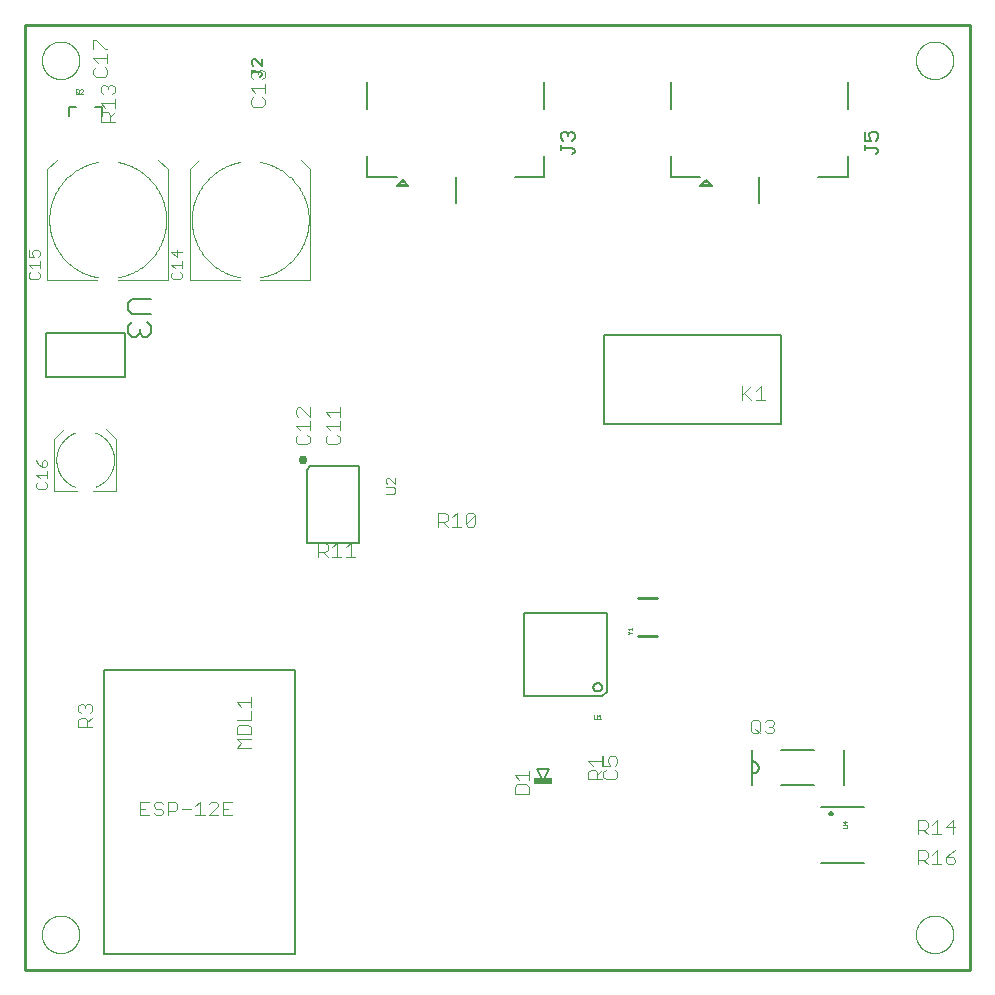
<source format=gto>
G75*
%MOIN*%
%OFA0B0*%
%FSLAX25Y25*%
%IPPOS*%
%LPD*%
%AMOC8*
5,1,8,0,0,1.08239X$1,22.5*
%
%ADD10C,0.01000*%
%ADD11C,0.00000*%
%ADD12C,0.00600*%
%ADD13C,0.00100*%
%ADD14C,0.00800*%
%ADD15C,0.00400*%
%ADD16R,0.06200X0.02400*%
%ADD17C,0.00500*%
%ADD18C,0.03000*%
%ADD19C,0.00787*%
%ADD20C,0.00700*%
%ADD21C,0.00866*%
%ADD22C,0.00300*%
D10*
X0043383Y0006500D02*
X0043383Y0321461D01*
X0358343Y0321461D01*
X0358343Y0006500D01*
X0043383Y0006500D01*
D11*
X0048944Y0018311D02*
X0048946Y0018469D01*
X0048952Y0018626D01*
X0048962Y0018784D01*
X0048976Y0018941D01*
X0048994Y0019097D01*
X0049015Y0019254D01*
X0049041Y0019409D01*
X0049071Y0019564D01*
X0049104Y0019718D01*
X0049142Y0019871D01*
X0049183Y0020024D01*
X0049228Y0020175D01*
X0049277Y0020325D01*
X0049330Y0020473D01*
X0049386Y0020621D01*
X0049447Y0020766D01*
X0049510Y0020911D01*
X0049578Y0021053D01*
X0049649Y0021194D01*
X0049723Y0021333D01*
X0049801Y0021470D01*
X0049883Y0021605D01*
X0049967Y0021738D01*
X0050056Y0021869D01*
X0050147Y0021997D01*
X0050242Y0022124D01*
X0050339Y0022247D01*
X0050440Y0022369D01*
X0050544Y0022487D01*
X0050651Y0022603D01*
X0050761Y0022716D01*
X0050873Y0022827D01*
X0050989Y0022934D01*
X0051107Y0023039D01*
X0051227Y0023141D01*
X0051350Y0023239D01*
X0051476Y0023335D01*
X0051604Y0023427D01*
X0051734Y0023516D01*
X0051866Y0023602D01*
X0052001Y0023684D01*
X0052138Y0023763D01*
X0052276Y0023838D01*
X0052416Y0023910D01*
X0052559Y0023978D01*
X0052702Y0024043D01*
X0052848Y0024104D01*
X0052995Y0024161D01*
X0053143Y0024215D01*
X0053293Y0024265D01*
X0053443Y0024311D01*
X0053595Y0024353D01*
X0053748Y0024392D01*
X0053902Y0024426D01*
X0054057Y0024457D01*
X0054212Y0024483D01*
X0054368Y0024506D01*
X0054525Y0024525D01*
X0054682Y0024540D01*
X0054839Y0024551D01*
X0054997Y0024558D01*
X0055155Y0024561D01*
X0055312Y0024560D01*
X0055470Y0024555D01*
X0055627Y0024546D01*
X0055785Y0024533D01*
X0055941Y0024516D01*
X0056098Y0024495D01*
X0056253Y0024471D01*
X0056408Y0024442D01*
X0056563Y0024409D01*
X0056716Y0024373D01*
X0056869Y0024332D01*
X0057020Y0024288D01*
X0057170Y0024240D01*
X0057319Y0024189D01*
X0057467Y0024133D01*
X0057613Y0024074D01*
X0057758Y0024011D01*
X0057901Y0023944D01*
X0058042Y0023874D01*
X0058181Y0023801D01*
X0058319Y0023724D01*
X0058455Y0023643D01*
X0058588Y0023559D01*
X0058719Y0023472D01*
X0058848Y0023381D01*
X0058975Y0023287D01*
X0059100Y0023190D01*
X0059221Y0023090D01*
X0059341Y0022987D01*
X0059457Y0022881D01*
X0059571Y0022772D01*
X0059683Y0022660D01*
X0059791Y0022546D01*
X0059896Y0022428D01*
X0059999Y0022308D01*
X0060098Y0022186D01*
X0060194Y0022061D01*
X0060287Y0021933D01*
X0060377Y0021804D01*
X0060463Y0021672D01*
X0060547Y0021538D01*
X0060626Y0021402D01*
X0060703Y0021264D01*
X0060775Y0021124D01*
X0060844Y0020982D01*
X0060910Y0020839D01*
X0060972Y0020694D01*
X0061030Y0020547D01*
X0061085Y0020399D01*
X0061136Y0020250D01*
X0061183Y0020099D01*
X0061226Y0019948D01*
X0061265Y0019795D01*
X0061301Y0019641D01*
X0061332Y0019487D01*
X0061360Y0019332D01*
X0061384Y0019176D01*
X0061404Y0019019D01*
X0061420Y0018862D01*
X0061432Y0018705D01*
X0061440Y0018548D01*
X0061444Y0018390D01*
X0061444Y0018232D01*
X0061440Y0018074D01*
X0061432Y0017917D01*
X0061420Y0017760D01*
X0061404Y0017603D01*
X0061384Y0017446D01*
X0061360Y0017290D01*
X0061332Y0017135D01*
X0061301Y0016981D01*
X0061265Y0016827D01*
X0061226Y0016674D01*
X0061183Y0016523D01*
X0061136Y0016372D01*
X0061085Y0016223D01*
X0061030Y0016075D01*
X0060972Y0015928D01*
X0060910Y0015783D01*
X0060844Y0015640D01*
X0060775Y0015498D01*
X0060703Y0015358D01*
X0060626Y0015220D01*
X0060547Y0015084D01*
X0060463Y0014950D01*
X0060377Y0014818D01*
X0060287Y0014689D01*
X0060194Y0014561D01*
X0060098Y0014436D01*
X0059999Y0014314D01*
X0059896Y0014194D01*
X0059791Y0014076D01*
X0059683Y0013962D01*
X0059571Y0013850D01*
X0059457Y0013741D01*
X0059341Y0013635D01*
X0059221Y0013532D01*
X0059100Y0013432D01*
X0058975Y0013335D01*
X0058848Y0013241D01*
X0058719Y0013150D01*
X0058588Y0013063D01*
X0058455Y0012979D01*
X0058319Y0012898D01*
X0058181Y0012821D01*
X0058042Y0012748D01*
X0057901Y0012678D01*
X0057758Y0012611D01*
X0057613Y0012548D01*
X0057467Y0012489D01*
X0057319Y0012433D01*
X0057170Y0012382D01*
X0057020Y0012334D01*
X0056869Y0012290D01*
X0056716Y0012249D01*
X0056563Y0012213D01*
X0056408Y0012180D01*
X0056253Y0012151D01*
X0056098Y0012127D01*
X0055941Y0012106D01*
X0055785Y0012089D01*
X0055627Y0012076D01*
X0055470Y0012067D01*
X0055312Y0012062D01*
X0055155Y0012061D01*
X0054997Y0012064D01*
X0054839Y0012071D01*
X0054682Y0012082D01*
X0054525Y0012097D01*
X0054368Y0012116D01*
X0054212Y0012139D01*
X0054057Y0012165D01*
X0053902Y0012196D01*
X0053748Y0012230D01*
X0053595Y0012269D01*
X0053443Y0012311D01*
X0053293Y0012357D01*
X0053143Y0012407D01*
X0052995Y0012461D01*
X0052848Y0012518D01*
X0052702Y0012579D01*
X0052559Y0012644D01*
X0052416Y0012712D01*
X0052276Y0012784D01*
X0052138Y0012859D01*
X0052001Y0012938D01*
X0051866Y0013020D01*
X0051734Y0013106D01*
X0051604Y0013195D01*
X0051476Y0013287D01*
X0051350Y0013383D01*
X0051227Y0013481D01*
X0051107Y0013583D01*
X0050989Y0013688D01*
X0050873Y0013795D01*
X0050761Y0013906D01*
X0050651Y0014019D01*
X0050544Y0014135D01*
X0050440Y0014253D01*
X0050339Y0014375D01*
X0050242Y0014498D01*
X0050147Y0014625D01*
X0050056Y0014753D01*
X0049967Y0014884D01*
X0049883Y0015017D01*
X0049801Y0015152D01*
X0049723Y0015289D01*
X0049649Y0015428D01*
X0049578Y0015569D01*
X0049510Y0015711D01*
X0049447Y0015856D01*
X0049386Y0016001D01*
X0049330Y0016149D01*
X0049277Y0016297D01*
X0049228Y0016447D01*
X0049183Y0016598D01*
X0049142Y0016751D01*
X0049104Y0016904D01*
X0049071Y0017058D01*
X0049041Y0017213D01*
X0049015Y0017368D01*
X0048994Y0017525D01*
X0048976Y0017681D01*
X0048962Y0017838D01*
X0048952Y0017996D01*
X0048946Y0018153D01*
X0048944Y0018311D01*
X0340282Y0018311D02*
X0340284Y0018469D01*
X0340290Y0018626D01*
X0340300Y0018784D01*
X0340314Y0018941D01*
X0340332Y0019097D01*
X0340353Y0019254D01*
X0340379Y0019409D01*
X0340409Y0019564D01*
X0340442Y0019718D01*
X0340480Y0019871D01*
X0340521Y0020024D01*
X0340566Y0020175D01*
X0340615Y0020325D01*
X0340668Y0020473D01*
X0340724Y0020621D01*
X0340785Y0020766D01*
X0340848Y0020911D01*
X0340916Y0021053D01*
X0340987Y0021194D01*
X0341061Y0021333D01*
X0341139Y0021470D01*
X0341221Y0021605D01*
X0341305Y0021738D01*
X0341394Y0021869D01*
X0341485Y0021997D01*
X0341580Y0022124D01*
X0341677Y0022247D01*
X0341778Y0022369D01*
X0341882Y0022487D01*
X0341989Y0022603D01*
X0342099Y0022716D01*
X0342211Y0022827D01*
X0342327Y0022934D01*
X0342445Y0023039D01*
X0342565Y0023141D01*
X0342688Y0023239D01*
X0342814Y0023335D01*
X0342942Y0023427D01*
X0343072Y0023516D01*
X0343204Y0023602D01*
X0343339Y0023684D01*
X0343476Y0023763D01*
X0343614Y0023838D01*
X0343754Y0023910D01*
X0343897Y0023978D01*
X0344040Y0024043D01*
X0344186Y0024104D01*
X0344333Y0024161D01*
X0344481Y0024215D01*
X0344631Y0024265D01*
X0344781Y0024311D01*
X0344933Y0024353D01*
X0345086Y0024392D01*
X0345240Y0024426D01*
X0345395Y0024457D01*
X0345550Y0024483D01*
X0345706Y0024506D01*
X0345863Y0024525D01*
X0346020Y0024540D01*
X0346177Y0024551D01*
X0346335Y0024558D01*
X0346493Y0024561D01*
X0346650Y0024560D01*
X0346808Y0024555D01*
X0346965Y0024546D01*
X0347123Y0024533D01*
X0347279Y0024516D01*
X0347436Y0024495D01*
X0347591Y0024471D01*
X0347746Y0024442D01*
X0347901Y0024409D01*
X0348054Y0024373D01*
X0348207Y0024332D01*
X0348358Y0024288D01*
X0348508Y0024240D01*
X0348657Y0024189D01*
X0348805Y0024133D01*
X0348951Y0024074D01*
X0349096Y0024011D01*
X0349239Y0023944D01*
X0349380Y0023874D01*
X0349519Y0023801D01*
X0349657Y0023724D01*
X0349793Y0023643D01*
X0349926Y0023559D01*
X0350057Y0023472D01*
X0350186Y0023381D01*
X0350313Y0023287D01*
X0350438Y0023190D01*
X0350559Y0023090D01*
X0350679Y0022987D01*
X0350795Y0022881D01*
X0350909Y0022772D01*
X0351021Y0022660D01*
X0351129Y0022546D01*
X0351234Y0022428D01*
X0351337Y0022308D01*
X0351436Y0022186D01*
X0351532Y0022061D01*
X0351625Y0021933D01*
X0351715Y0021804D01*
X0351801Y0021672D01*
X0351885Y0021538D01*
X0351964Y0021402D01*
X0352041Y0021264D01*
X0352113Y0021124D01*
X0352182Y0020982D01*
X0352248Y0020839D01*
X0352310Y0020694D01*
X0352368Y0020547D01*
X0352423Y0020399D01*
X0352474Y0020250D01*
X0352521Y0020099D01*
X0352564Y0019948D01*
X0352603Y0019795D01*
X0352639Y0019641D01*
X0352670Y0019487D01*
X0352698Y0019332D01*
X0352722Y0019176D01*
X0352742Y0019019D01*
X0352758Y0018862D01*
X0352770Y0018705D01*
X0352778Y0018548D01*
X0352782Y0018390D01*
X0352782Y0018232D01*
X0352778Y0018074D01*
X0352770Y0017917D01*
X0352758Y0017760D01*
X0352742Y0017603D01*
X0352722Y0017446D01*
X0352698Y0017290D01*
X0352670Y0017135D01*
X0352639Y0016981D01*
X0352603Y0016827D01*
X0352564Y0016674D01*
X0352521Y0016523D01*
X0352474Y0016372D01*
X0352423Y0016223D01*
X0352368Y0016075D01*
X0352310Y0015928D01*
X0352248Y0015783D01*
X0352182Y0015640D01*
X0352113Y0015498D01*
X0352041Y0015358D01*
X0351964Y0015220D01*
X0351885Y0015084D01*
X0351801Y0014950D01*
X0351715Y0014818D01*
X0351625Y0014689D01*
X0351532Y0014561D01*
X0351436Y0014436D01*
X0351337Y0014314D01*
X0351234Y0014194D01*
X0351129Y0014076D01*
X0351021Y0013962D01*
X0350909Y0013850D01*
X0350795Y0013741D01*
X0350679Y0013635D01*
X0350559Y0013532D01*
X0350438Y0013432D01*
X0350313Y0013335D01*
X0350186Y0013241D01*
X0350057Y0013150D01*
X0349926Y0013063D01*
X0349793Y0012979D01*
X0349657Y0012898D01*
X0349519Y0012821D01*
X0349380Y0012748D01*
X0349239Y0012678D01*
X0349096Y0012611D01*
X0348951Y0012548D01*
X0348805Y0012489D01*
X0348657Y0012433D01*
X0348508Y0012382D01*
X0348358Y0012334D01*
X0348207Y0012290D01*
X0348054Y0012249D01*
X0347901Y0012213D01*
X0347746Y0012180D01*
X0347591Y0012151D01*
X0347436Y0012127D01*
X0347279Y0012106D01*
X0347123Y0012089D01*
X0346965Y0012076D01*
X0346808Y0012067D01*
X0346650Y0012062D01*
X0346493Y0012061D01*
X0346335Y0012064D01*
X0346177Y0012071D01*
X0346020Y0012082D01*
X0345863Y0012097D01*
X0345706Y0012116D01*
X0345550Y0012139D01*
X0345395Y0012165D01*
X0345240Y0012196D01*
X0345086Y0012230D01*
X0344933Y0012269D01*
X0344781Y0012311D01*
X0344631Y0012357D01*
X0344481Y0012407D01*
X0344333Y0012461D01*
X0344186Y0012518D01*
X0344040Y0012579D01*
X0343897Y0012644D01*
X0343754Y0012712D01*
X0343614Y0012784D01*
X0343476Y0012859D01*
X0343339Y0012938D01*
X0343204Y0013020D01*
X0343072Y0013106D01*
X0342942Y0013195D01*
X0342814Y0013287D01*
X0342688Y0013383D01*
X0342565Y0013481D01*
X0342445Y0013583D01*
X0342327Y0013688D01*
X0342211Y0013795D01*
X0342099Y0013906D01*
X0341989Y0014019D01*
X0341882Y0014135D01*
X0341778Y0014253D01*
X0341677Y0014375D01*
X0341580Y0014498D01*
X0341485Y0014625D01*
X0341394Y0014753D01*
X0341305Y0014884D01*
X0341221Y0015017D01*
X0341139Y0015152D01*
X0341061Y0015289D01*
X0340987Y0015428D01*
X0340916Y0015569D01*
X0340848Y0015711D01*
X0340785Y0015856D01*
X0340724Y0016001D01*
X0340668Y0016149D01*
X0340615Y0016297D01*
X0340566Y0016447D01*
X0340521Y0016598D01*
X0340480Y0016751D01*
X0340442Y0016904D01*
X0340409Y0017058D01*
X0340379Y0017213D01*
X0340353Y0017368D01*
X0340332Y0017525D01*
X0340314Y0017681D01*
X0340300Y0017838D01*
X0340290Y0017996D01*
X0340284Y0018153D01*
X0340282Y0018311D01*
X0340282Y0309650D02*
X0340284Y0309808D01*
X0340290Y0309965D01*
X0340300Y0310123D01*
X0340314Y0310280D01*
X0340332Y0310436D01*
X0340353Y0310593D01*
X0340379Y0310748D01*
X0340409Y0310903D01*
X0340442Y0311057D01*
X0340480Y0311210D01*
X0340521Y0311363D01*
X0340566Y0311514D01*
X0340615Y0311664D01*
X0340668Y0311812D01*
X0340724Y0311960D01*
X0340785Y0312105D01*
X0340848Y0312250D01*
X0340916Y0312392D01*
X0340987Y0312533D01*
X0341061Y0312672D01*
X0341139Y0312809D01*
X0341221Y0312944D01*
X0341305Y0313077D01*
X0341394Y0313208D01*
X0341485Y0313336D01*
X0341580Y0313463D01*
X0341677Y0313586D01*
X0341778Y0313708D01*
X0341882Y0313826D01*
X0341989Y0313942D01*
X0342099Y0314055D01*
X0342211Y0314166D01*
X0342327Y0314273D01*
X0342445Y0314378D01*
X0342565Y0314480D01*
X0342688Y0314578D01*
X0342814Y0314674D01*
X0342942Y0314766D01*
X0343072Y0314855D01*
X0343204Y0314941D01*
X0343339Y0315023D01*
X0343476Y0315102D01*
X0343614Y0315177D01*
X0343754Y0315249D01*
X0343897Y0315317D01*
X0344040Y0315382D01*
X0344186Y0315443D01*
X0344333Y0315500D01*
X0344481Y0315554D01*
X0344631Y0315604D01*
X0344781Y0315650D01*
X0344933Y0315692D01*
X0345086Y0315731D01*
X0345240Y0315765D01*
X0345395Y0315796D01*
X0345550Y0315822D01*
X0345706Y0315845D01*
X0345863Y0315864D01*
X0346020Y0315879D01*
X0346177Y0315890D01*
X0346335Y0315897D01*
X0346493Y0315900D01*
X0346650Y0315899D01*
X0346808Y0315894D01*
X0346965Y0315885D01*
X0347123Y0315872D01*
X0347279Y0315855D01*
X0347436Y0315834D01*
X0347591Y0315810D01*
X0347746Y0315781D01*
X0347901Y0315748D01*
X0348054Y0315712D01*
X0348207Y0315671D01*
X0348358Y0315627D01*
X0348508Y0315579D01*
X0348657Y0315528D01*
X0348805Y0315472D01*
X0348951Y0315413D01*
X0349096Y0315350D01*
X0349239Y0315283D01*
X0349380Y0315213D01*
X0349519Y0315140D01*
X0349657Y0315063D01*
X0349793Y0314982D01*
X0349926Y0314898D01*
X0350057Y0314811D01*
X0350186Y0314720D01*
X0350313Y0314626D01*
X0350438Y0314529D01*
X0350559Y0314429D01*
X0350679Y0314326D01*
X0350795Y0314220D01*
X0350909Y0314111D01*
X0351021Y0313999D01*
X0351129Y0313885D01*
X0351234Y0313767D01*
X0351337Y0313647D01*
X0351436Y0313525D01*
X0351532Y0313400D01*
X0351625Y0313272D01*
X0351715Y0313143D01*
X0351801Y0313011D01*
X0351885Y0312877D01*
X0351964Y0312741D01*
X0352041Y0312603D01*
X0352113Y0312463D01*
X0352182Y0312321D01*
X0352248Y0312178D01*
X0352310Y0312033D01*
X0352368Y0311886D01*
X0352423Y0311738D01*
X0352474Y0311589D01*
X0352521Y0311438D01*
X0352564Y0311287D01*
X0352603Y0311134D01*
X0352639Y0310980D01*
X0352670Y0310826D01*
X0352698Y0310671D01*
X0352722Y0310515D01*
X0352742Y0310358D01*
X0352758Y0310201D01*
X0352770Y0310044D01*
X0352778Y0309887D01*
X0352782Y0309729D01*
X0352782Y0309571D01*
X0352778Y0309413D01*
X0352770Y0309256D01*
X0352758Y0309099D01*
X0352742Y0308942D01*
X0352722Y0308785D01*
X0352698Y0308629D01*
X0352670Y0308474D01*
X0352639Y0308320D01*
X0352603Y0308166D01*
X0352564Y0308013D01*
X0352521Y0307862D01*
X0352474Y0307711D01*
X0352423Y0307562D01*
X0352368Y0307414D01*
X0352310Y0307267D01*
X0352248Y0307122D01*
X0352182Y0306979D01*
X0352113Y0306837D01*
X0352041Y0306697D01*
X0351964Y0306559D01*
X0351885Y0306423D01*
X0351801Y0306289D01*
X0351715Y0306157D01*
X0351625Y0306028D01*
X0351532Y0305900D01*
X0351436Y0305775D01*
X0351337Y0305653D01*
X0351234Y0305533D01*
X0351129Y0305415D01*
X0351021Y0305301D01*
X0350909Y0305189D01*
X0350795Y0305080D01*
X0350679Y0304974D01*
X0350559Y0304871D01*
X0350438Y0304771D01*
X0350313Y0304674D01*
X0350186Y0304580D01*
X0350057Y0304489D01*
X0349926Y0304402D01*
X0349793Y0304318D01*
X0349657Y0304237D01*
X0349519Y0304160D01*
X0349380Y0304087D01*
X0349239Y0304017D01*
X0349096Y0303950D01*
X0348951Y0303887D01*
X0348805Y0303828D01*
X0348657Y0303772D01*
X0348508Y0303721D01*
X0348358Y0303673D01*
X0348207Y0303629D01*
X0348054Y0303588D01*
X0347901Y0303552D01*
X0347746Y0303519D01*
X0347591Y0303490D01*
X0347436Y0303466D01*
X0347279Y0303445D01*
X0347123Y0303428D01*
X0346965Y0303415D01*
X0346808Y0303406D01*
X0346650Y0303401D01*
X0346493Y0303400D01*
X0346335Y0303403D01*
X0346177Y0303410D01*
X0346020Y0303421D01*
X0345863Y0303436D01*
X0345706Y0303455D01*
X0345550Y0303478D01*
X0345395Y0303504D01*
X0345240Y0303535D01*
X0345086Y0303569D01*
X0344933Y0303608D01*
X0344781Y0303650D01*
X0344631Y0303696D01*
X0344481Y0303746D01*
X0344333Y0303800D01*
X0344186Y0303857D01*
X0344040Y0303918D01*
X0343897Y0303983D01*
X0343754Y0304051D01*
X0343614Y0304123D01*
X0343476Y0304198D01*
X0343339Y0304277D01*
X0343204Y0304359D01*
X0343072Y0304445D01*
X0342942Y0304534D01*
X0342814Y0304626D01*
X0342688Y0304722D01*
X0342565Y0304820D01*
X0342445Y0304922D01*
X0342327Y0305027D01*
X0342211Y0305134D01*
X0342099Y0305245D01*
X0341989Y0305358D01*
X0341882Y0305474D01*
X0341778Y0305592D01*
X0341677Y0305714D01*
X0341580Y0305837D01*
X0341485Y0305964D01*
X0341394Y0306092D01*
X0341305Y0306223D01*
X0341221Y0306356D01*
X0341139Y0306491D01*
X0341061Y0306628D01*
X0340987Y0306767D01*
X0340916Y0306908D01*
X0340848Y0307050D01*
X0340785Y0307195D01*
X0340724Y0307340D01*
X0340668Y0307488D01*
X0340615Y0307636D01*
X0340566Y0307786D01*
X0340521Y0307937D01*
X0340480Y0308090D01*
X0340442Y0308243D01*
X0340409Y0308397D01*
X0340379Y0308552D01*
X0340353Y0308707D01*
X0340332Y0308864D01*
X0340314Y0309020D01*
X0340300Y0309177D01*
X0340290Y0309335D01*
X0340284Y0309492D01*
X0340282Y0309650D01*
X0048944Y0309650D02*
X0048946Y0309808D01*
X0048952Y0309965D01*
X0048962Y0310123D01*
X0048976Y0310280D01*
X0048994Y0310436D01*
X0049015Y0310593D01*
X0049041Y0310748D01*
X0049071Y0310903D01*
X0049104Y0311057D01*
X0049142Y0311210D01*
X0049183Y0311363D01*
X0049228Y0311514D01*
X0049277Y0311664D01*
X0049330Y0311812D01*
X0049386Y0311960D01*
X0049447Y0312105D01*
X0049510Y0312250D01*
X0049578Y0312392D01*
X0049649Y0312533D01*
X0049723Y0312672D01*
X0049801Y0312809D01*
X0049883Y0312944D01*
X0049967Y0313077D01*
X0050056Y0313208D01*
X0050147Y0313336D01*
X0050242Y0313463D01*
X0050339Y0313586D01*
X0050440Y0313708D01*
X0050544Y0313826D01*
X0050651Y0313942D01*
X0050761Y0314055D01*
X0050873Y0314166D01*
X0050989Y0314273D01*
X0051107Y0314378D01*
X0051227Y0314480D01*
X0051350Y0314578D01*
X0051476Y0314674D01*
X0051604Y0314766D01*
X0051734Y0314855D01*
X0051866Y0314941D01*
X0052001Y0315023D01*
X0052138Y0315102D01*
X0052276Y0315177D01*
X0052416Y0315249D01*
X0052559Y0315317D01*
X0052702Y0315382D01*
X0052848Y0315443D01*
X0052995Y0315500D01*
X0053143Y0315554D01*
X0053293Y0315604D01*
X0053443Y0315650D01*
X0053595Y0315692D01*
X0053748Y0315731D01*
X0053902Y0315765D01*
X0054057Y0315796D01*
X0054212Y0315822D01*
X0054368Y0315845D01*
X0054525Y0315864D01*
X0054682Y0315879D01*
X0054839Y0315890D01*
X0054997Y0315897D01*
X0055155Y0315900D01*
X0055312Y0315899D01*
X0055470Y0315894D01*
X0055627Y0315885D01*
X0055785Y0315872D01*
X0055941Y0315855D01*
X0056098Y0315834D01*
X0056253Y0315810D01*
X0056408Y0315781D01*
X0056563Y0315748D01*
X0056716Y0315712D01*
X0056869Y0315671D01*
X0057020Y0315627D01*
X0057170Y0315579D01*
X0057319Y0315528D01*
X0057467Y0315472D01*
X0057613Y0315413D01*
X0057758Y0315350D01*
X0057901Y0315283D01*
X0058042Y0315213D01*
X0058181Y0315140D01*
X0058319Y0315063D01*
X0058455Y0314982D01*
X0058588Y0314898D01*
X0058719Y0314811D01*
X0058848Y0314720D01*
X0058975Y0314626D01*
X0059100Y0314529D01*
X0059221Y0314429D01*
X0059341Y0314326D01*
X0059457Y0314220D01*
X0059571Y0314111D01*
X0059683Y0313999D01*
X0059791Y0313885D01*
X0059896Y0313767D01*
X0059999Y0313647D01*
X0060098Y0313525D01*
X0060194Y0313400D01*
X0060287Y0313272D01*
X0060377Y0313143D01*
X0060463Y0313011D01*
X0060547Y0312877D01*
X0060626Y0312741D01*
X0060703Y0312603D01*
X0060775Y0312463D01*
X0060844Y0312321D01*
X0060910Y0312178D01*
X0060972Y0312033D01*
X0061030Y0311886D01*
X0061085Y0311738D01*
X0061136Y0311589D01*
X0061183Y0311438D01*
X0061226Y0311287D01*
X0061265Y0311134D01*
X0061301Y0310980D01*
X0061332Y0310826D01*
X0061360Y0310671D01*
X0061384Y0310515D01*
X0061404Y0310358D01*
X0061420Y0310201D01*
X0061432Y0310044D01*
X0061440Y0309887D01*
X0061444Y0309729D01*
X0061444Y0309571D01*
X0061440Y0309413D01*
X0061432Y0309256D01*
X0061420Y0309099D01*
X0061404Y0308942D01*
X0061384Y0308785D01*
X0061360Y0308629D01*
X0061332Y0308474D01*
X0061301Y0308320D01*
X0061265Y0308166D01*
X0061226Y0308013D01*
X0061183Y0307862D01*
X0061136Y0307711D01*
X0061085Y0307562D01*
X0061030Y0307414D01*
X0060972Y0307267D01*
X0060910Y0307122D01*
X0060844Y0306979D01*
X0060775Y0306837D01*
X0060703Y0306697D01*
X0060626Y0306559D01*
X0060547Y0306423D01*
X0060463Y0306289D01*
X0060377Y0306157D01*
X0060287Y0306028D01*
X0060194Y0305900D01*
X0060098Y0305775D01*
X0059999Y0305653D01*
X0059896Y0305533D01*
X0059791Y0305415D01*
X0059683Y0305301D01*
X0059571Y0305189D01*
X0059457Y0305080D01*
X0059341Y0304974D01*
X0059221Y0304871D01*
X0059100Y0304771D01*
X0058975Y0304674D01*
X0058848Y0304580D01*
X0058719Y0304489D01*
X0058588Y0304402D01*
X0058455Y0304318D01*
X0058319Y0304237D01*
X0058181Y0304160D01*
X0058042Y0304087D01*
X0057901Y0304017D01*
X0057758Y0303950D01*
X0057613Y0303887D01*
X0057467Y0303828D01*
X0057319Y0303772D01*
X0057170Y0303721D01*
X0057020Y0303673D01*
X0056869Y0303629D01*
X0056716Y0303588D01*
X0056563Y0303552D01*
X0056408Y0303519D01*
X0056253Y0303490D01*
X0056098Y0303466D01*
X0055941Y0303445D01*
X0055785Y0303428D01*
X0055627Y0303415D01*
X0055470Y0303406D01*
X0055312Y0303401D01*
X0055155Y0303400D01*
X0054997Y0303403D01*
X0054839Y0303410D01*
X0054682Y0303421D01*
X0054525Y0303436D01*
X0054368Y0303455D01*
X0054212Y0303478D01*
X0054057Y0303504D01*
X0053902Y0303535D01*
X0053748Y0303569D01*
X0053595Y0303608D01*
X0053443Y0303650D01*
X0053293Y0303696D01*
X0053143Y0303746D01*
X0052995Y0303800D01*
X0052848Y0303857D01*
X0052702Y0303918D01*
X0052559Y0303983D01*
X0052416Y0304051D01*
X0052276Y0304123D01*
X0052138Y0304198D01*
X0052001Y0304277D01*
X0051866Y0304359D01*
X0051734Y0304445D01*
X0051604Y0304534D01*
X0051476Y0304626D01*
X0051350Y0304722D01*
X0051227Y0304820D01*
X0051107Y0304922D01*
X0050989Y0305027D01*
X0050873Y0305134D01*
X0050761Y0305245D01*
X0050651Y0305358D01*
X0050544Y0305474D01*
X0050440Y0305592D01*
X0050339Y0305714D01*
X0050242Y0305837D01*
X0050147Y0305964D01*
X0050056Y0306092D01*
X0049967Y0306223D01*
X0049883Y0306356D01*
X0049801Y0306491D01*
X0049723Y0306628D01*
X0049649Y0306767D01*
X0049578Y0306908D01*
X0049510Y0307050D01*
X0049447Y0307195D01*
X0049386Y0307340D01*
X0049330Y0307488D01*
X0049277Y0307636D01*
X0049228Y0307786D01*
X0049183Y0307937D01*
X0049142Y0308090D01*
X0049104Y0308243D01*
X0049071Y0308397D01*
X0049041Y0308552D01*
X0049015Y0308707D01*
X0048994Y0308864D01*
X0048976Y0309020D01*
X0048962Y0309177D01*
X0048952Y0309335D01*
X0048946Y0309492D01*
X0048944Y0309650D01*
D12*
X0050183Y0218800D02*
X0076583Y0218800D01*
X0076583Y0204200D01*
X0050183Y0204200D01*
X0050183Y0218800D01*
X0209583Y0125299D02*
X0237182Y0125299D01*
X0237182Y0099098D01*
X0235784Y0097701D01*
X0209583Y0097701D01*
X0209583Y0125299D01*
X0232769Y0100700D02*
X0232771Y0100775D01*
X0232777Y0100849D01*
X0232787Y0100923D01*
X0232800Y0100996D01*
X0232818Y0101069D01*
X0232839Y0101140D01*
X0232864Y0101211D01*
X0232893Y0101280D01*
X0232926Y0101347D01*
X0232962Y0101412D01*
X0233001Y0101476D01*
X0233043Y0101537D01*
X0233089Y0101596D01*
X0233138Y0101653D01*
X0233190Y0101706D01*
X0233244Y0101757D01*
X0233301Y0101806D01*
X0233361Y0101850D01*
X0233423Y0101892D01*
X0233487Y0101931D01*
X0233553Y0101966D01*
X0233620Y0101997D01*
X0233690Y0102025D01*
X0233760Y0102049D01*
X0233832Y0102070D01*
X0233905Y0102086D01*
X0233978Y0102099D01*
X0234053Y0102108D01*
X0234127Y0102113D01*
X0234202Y0102114D01*
X0234276Y0102111D01*
X0234351Y0102104D01*
X0234424Y0102093D01*
X0234498Y0102079D01*
X0234570Y0102060D01*
X0234641Y0102038D01*
X0234711Y0102012D01*
X0234780Y0101982D01*
X0234846Y0101949D01*
X0234911Y0101912D01*
X0234974Y0101872D01*
X0235035Y0101828D01*
X0235093Y0101782D01*
X0235149Y0101732D01*
X0235202Y0101680D01*
X0235253Y0101625D01*
X0235300Y0101567D01*
X0235344Y0101507D01*
X0235385Y0101444D01*
X0235423Y0101380D01*
X0235457Y0101314D01*
X0235488Y0101245D01*
X0235515Y0101176D01*
X0235538Y0101105D01*
X0235557Y0101033D01*
X0235573Y0100960D01*
X0235585Y0100886D01*
X0235593Y0100812D01*
X0235597Y0100737D01*
X0235597Y0100663D01*
X0235593Y0100588D01*
X0235585Y0100514D01*
X0235573Y0100440D01*
X0235557Y0100367D01*
X0235538Y0100295D01*
X0235515Y0100224D01*
X0235488Y0100155D01*
X0235457Y0100086D01*
X0235423Y0100020D01*
X0235385Y0099956D01*
X0235344Y0099893D01*
X0235300Y0099833D01*
X0235253Y0099775D01*
X0235202Y0099720D01*
X0235149Y0099668D01*
X0235093Y0099618D01*
X0235035Y0099572D01*
X0234974Y0099528D01*
X0234911Y0099488D01*
X0234846Y0099451D01*
X0234780Y0099418D01*
X0234711Y0099388D01*
X0234641Y0099362D01*
X0234570Y0099340D01*
X0234498Y0099321D01*
X0234424Y0099307D01*
X0234351Y0099296D01*
X0234276Y0099289D01*
X0234202Y0099286D01*
X0234127Y0099287D01*
X0234053Y0099292D01*
X0233978Y0099301D01*
X0233905Y0099314D01*
X0233832Y0099330D01*
X0233760Y0099351D01*
X0233690Y0099375D01*
X0233620Y0099403D01*
X0233553Y0099434D01*
X0233487Y0099469D01*
X0233423Y0099508D01*
X0233361Y0099550D01*
X0233301Y0099594D01*
X0233244Y0099643D01*
X0233190Y0099694D01*
X0233138Y0099747D01*
X0233089Y0099804D01*
X0233043Y0099863D01*
X0233001Y0099924D01*
X0232962Y0099988D01*
X0232926Y0100053D01*
X0232893Y0100120D01*
X0232864Y0100189D01*
X0232839Y0100260D01*
X0232818Y0100331D01*
X0232800Y0100404D01*
X0232787Y0100477D01*
X0232777Y0100551D01*
X0232771Y0100625D01*
X0232769Y0100700D01*
X0308784Y0060799D02*
X0322981Y0060799D01*
X0322981Y0042201D02*
X0308784Y0042201D01*
D13*
X0315931Y0053603D02*
X0317182Y0053603D01*
X0317433Y0053854D01*
X0317433Y0054354D01*
X0317182Y0054604D01*
X0315931Y0054604D01*
X0316682Y0055077D02*
X0316682Y0056078D01*
X0317433Y0055827D02*
X0315931Y0055827D01*
X0316682Y0055077D01*
X0235460Y0089950D02*
X0234459Y0089950D01*
X0234960Y0089950D02*
X0234960Y0091451D01*
X0234459Y0090951D01*
X0233987Y0091451D02*
X0233987Y0090200D01*
X0233737Y0089950D01*
X0233236Y0089950D01*
X0232986Y0090200D01*
X0232986Y0091451D01*
X0244216Y0118341D02*
X0244433Y0118341D01*
X0244867Y0118775D01*
X0245518Y0118775D01*
X0244867Y0118775D02*
X0244433Y0119209D01*
X0244216Y0119209D01*
X0244650Y0119630D02*
X0244216Y0120064D01*
X0245518Y0120064D01*
X0245518Y0119630D02*
X0245518Y0120498D01*
X0062657Y0298550D02*
X0061656Y0298550D01*
X0062657Y0299551D01*
X0062657Y0299801D01*
X0062406Y0300051D01*
X0061906Y0300051D01*
X0061656Y0299801D01*
X0061183Y0299801D02*
X0061183Y0298800D01*
X0060933Y0298550D01*
X0060433Y0298550D01*
X0060183Y0298800D01*
X0060183Y0299801D01*
X0060433Y0300051D01*
X0060933Y0300051D01*
X0061183Y0299801D01*
X0060683Y0299050D02*
X0061183Y0298550D01*
D14*
X0060233Y0294256D02*
X0057871Y0294256D01*
X0057871Y0291106D01*
X0066532Y0294256D02*
X0068894Y0294256D01*
X0068894Y0291106D01*
X0079017Y0230000D02*
X0077783Y0228766D01*
X0077783Y0226297D01*
X0079017Y0225062D01*
X0085189Y0225062D01*
X0083954Y0222450D02*
X0085189Y0221215D01*
X0085189Y0218746D01*
X0083954Y0217512D01*
X0082720Y0217512D01*
X0081486Y0218746D01*
X0080251Y0217512D01*
X0079017Y0217512D01*
X0077783Y0218746D01*
X0077783Y0221215D01*
X0079017Y0222450D01*
X0081486Y0219981D02*
X0081486Y0218746D01*
X0079017Y0230000D02*
X0085189Y0230000D01*
X0285528Y0079906D02*
X0285528Y0068094D01*
X0285922Y0072031D02*
X0286009Y0072033D01*
X0286096Y0072039D01*
X0286183Y0072048D01*
X0286269Y0072062D01*
X0286354Y0072079D01*
X0286439Y0072100D01*
X0286522Y0072125D01*
X0286605Y0072153D01*
X0286686Y0072185D01*
X0286765Y0072221D01*
X0286843Y0072260D01*
X0286919Y0072302D01*
X0286993Y0072348D01*
X0287065Y0072397D01*
X0287135Y0072449D01*
X0287202Y0072504D01*
X0287267Y0072562D01*
X0287330Y0072623D01*
X0287389Y0072687D01*
X0287446Y0072753D01*
X0287499Y0072822D01*
X0287550Y0072893D01*
X0287597Y0072966D01*
X0287642Y0073041D01*
X0287682Y0073118D01*
X0287720Y0073196D01*
X0287753Y0073277D01*
X0287784Y0073358D01*
X0287810Y0073441D01*
X0287833Y0073526D01*
X0287852Y0073611D01*
X0287867Y0073696D01*
X0287879Y0073783D01*
X0287887Y0073869D01*
X0287891Y0073956D01*
X0287891Y0074044D01*
X0287887Y0074131D01*
X0287879Y0074217D01*
X0287867Y0074304D01*
X0287852Y0074389D01*
X0287833Y0074474D01*
X0287810Y0074559D01*
X0287784Y0074642D01*
X0287753Y0074723D01*
X0287720Y0074804D01*
X0287682Y0074882D01*
X0287642Y0074959D01*
X0287597Y0075034D01*
X0287550Y0075107D01*
X0287499Y0075178D01*
X0287446Y0075247D01*
X0287389Y0075313D01*
X0287330Y0075377D01*
X0287267Y0075438D01*
X0287202Y0075496D01*
X0287135Y0075551D01*
X0287065Y0075603D01*
X0286993Y0075652D01*
X0286919Y0075698D01*
X0286843Y0075740D01*
X0286765Y0075779D01*
X0286686Y0075815D01*
X0286605Y0075847D01*
X0286522Y0075875D01*
X0286439Y0075900D01*
X0286354Y0075921D01*
X0286269Y0075938D01*
X0286183Y0075952D01*
X0286096Y0075961D01*
X0286009Y0075967D01*
X0285922Y0075969D01*
X0295371Y0079906D02*
X0306394Y0079906D01*
X0316237Y0079906D02*
X0316237Y0068094D01*
X0306394Y0068094D02*
X0295371Y0068094D01*
X0311418Y0058600D02*
X0311420Y0058647D01*
X0311426Y0058694D01*
X0311436Y0058741D01*
X0311449Y0058786D01*
X0311467Y0058830D01*
X0311488Y0058872D01*
X0311512Y0058913D01*
X0311540Y0058951D01*
X0311571Y0058987D01*
X0311605Y0059020D01*
X0311641Y0059050D01*
X0311680Y0059077D01*
X0311721Y0059101D01*
X0311764Y0059121D01*
X0311808Y0059137D01*
X0311854Y0059150D01*
X0311900Y0059159D01*
X0311948Y0059164D01*
X0311995Y0059165D01*
X0312042Y0059162D01*
X0312089Y0059155D01*
X0312135Y0059144D01*
X0312180Y0059130D01*
X0312224Y0059111D01*
X0312265Y0059089D01*
X0312305Y0059064D01*
X0312343Y0059035D01*
X0312378Y0059004D01*
X0312411Y0058969D01*
X0312440Y0058932D01*
X0312466Y0058893D01*
X0312489Y0058851D01*
X0312508Y0058808D01*
X0312524Y0058763D01*
X0312536Y0058717D01*
X0312544Y0058671D01*
X0312548Y0058624D01*
X0312548Y0058576D01*
X0312544Y0058529D01*
X0312536Y0058483D01*
X0312524Y0058437D01*
X0312508Y0058392D01*
X0312489Y0058349D01*
X0312466Y0058307D01*
X0312440Y0058268D01*
X0312411Y0058231D01*
X0312378Y0058196D01*
X0312343Y0058165D01*
X0312305Y0058136D01*
X0312266Y0058111D01*
X0312224Y0058089D01*
X0312180Y0058070D01*
X0312135Y0058056D01*
X0312089Y0058045D01*
X0312042Y0058038D01*
X0311995Y0058035D01*
X0311948Y0058036D01*
X0311900Y0058041D01*
X0311854Y0058050D01*
X0311808Y0058063D01*
X0311764Y0058079D01*
X0311721Y0058099D01*
X0311680Y0058123D01*
X0311641Y0058150D01*
X0311605Y0058180D01*
X0311571Y0058213D01*
X0311540Y0058249D01*
X0311512Y0058287D01*
X0311488Y0058328D01*
X0311467Y0058370D01*
X0311449Y0058414D01*
X0311436Y0058459D01*
X0311426Y0058506D01*
X0311420Y0058553D01*
X0311418Y0058600D01*
X0217851Y0073469D02*
X0213914Y0073469D01*
X0215883Y0069531D01*
X0217851Y0073469D01*
D15*
X0211183Y0072873D02*
X0211183Y0069804D01*
X0211183Y0071339D02*
X0206579Y0071339D01*
X0208113Y0069804D01*
X0207346Y0068269D02*
X0206579Y0067502D01*
X0206579Y0065200D01*
X0211183Y0065200D01*
X0211183Y0067502D01*
X0210415Y0068269D01*
X0207346Y0068269D01*
X0231079Y0069992D02*
X0231079Y0072294D01*
X0231846Y0073061D01*
X0233381Y0073061D01*
X0234148Y0072294D01*
X0234148Y0069992D01*
X0235683Y0069992D02*
X0231079Y0069992D01*
X0234148Y0071527D02*
X0235683Y0073061D01*
X0236079Y0072294D02*
X0236079Y0070759D01*
X0236846Y0069992D01*
X0239915Y0069992D01*
X0240683Y0070759D01*
X0240683Y0072294D01*
X0239915Y0073061D01*
X0239915Y0074596D02*
X0240683Y0075363D01*
X0240683Y0076898D01*
X0239915Y0077665D01*
X0238381Y0077665D01*
X0237613Y0076898D01*
X0237613Y0076131D01*
X0238381Y0074596D01*
X0236079Y0074596D01*
X0236079Y0077665D01*
X0235683Y0077665D02*
X0235683Y0074596D01*
X0235683Y0076131D02*
X0231079Y0076131D01*
X0232613Y0074596D01*
X0236079Y0072294D02*
X0236846Y0073061D01*
X0285259Y0086050D02*
X0286026Y0085283D01*
X0287561Y0085283D01*
X0288328Y0086050D01*
X0288328Y0089119D01*
X0287561Y0089887D01*
X0286026Y0089887D01*
X0285259Y0089119D01*
X0285259Y0086050D01*
X0286794Y0086817D02*
X0288328Y0085283D01*
X0289863Y0086050D02*
X0290630Y0085283D01*
X0292165Y0085283D01*
X0292932Y0086050D01*
X0292932Y0086817D01*
X0292165Y0087585D01*
X0291397Y0087585D01*
X0292165Y0087585D02*
X0292932Y0088352D01*
X0292932Y0089119D01*
X0292165Y0089887D01*
X0290630Y0089887D01*
X0289863Y0089119D01*
X0341083Y0056304D02*
X0341083Y0051700D01*
X0341083Y0053235D02*
X0343384Y0053235D01*
X0344152Y0054002D01*
X0344152Y0055537D01*
X0343384Y0056304D01*
X0341083Y0056304D01*
X0342617Y0053235D02*
X0344152Y0051700D01*
X0345686Y0051700D02*
X0348756Y0051700D01*
X0347221Y0051700D02*
X0347221Y0056304D01*
X0345686Y0054769D01*
X0350290Y0054002D02*
X0352592Y0056304D01*
X0352592Y0051700D01*
X0353360Y0054002D02*
X0350290Y0054002D01*
X0347221Y0046304D02*
X0345686Y0044769D01*
X0344152Y0044002D02*
X0343384Y0043235D01*
X0341083Y0043235D01*
X0342617Y0043235D02*
X0344152Y0041700D01*
X0345686Y0041700D02*
X0348756Y0041700D01*
X0347221Y0041700D02*
X0347221Y0046304D01*
X0344152Y0045537D02*
X0344152Y0044002D01*
X0344152Y0045537D02*
X0343384Y0046304D01*
X0341083Y0046304D01*
X0341083Y0041700D01*
X0350290Y0042467D02*
X0350290Y0044002D01*
X0352592Y0044002D01*
X0353360Y0043235D01*
X0353360Y0042467D01*
X0352592Y0041700D01*
X0351058Y0041700D01*
X0350290Y0042467D01*
X0350290Y0044002D02*
X0351825Y0045537D01*
X0353360Y0046304D01*
X0193360Y0154967D02*
X0192592Y0154200D01*
X0191058Y0154200D01*
X0190290Y0154967D01*
X0193360Y0158037D01*
X0193360Y0154967D01*
X0193360Y0158037D02*
X0192592Y0158804D01*
X0191058Y0158804D01*
X0190290Y0158037D01*
X0190290Y0154967D01*
X0188756Y0154200D02*
X0185686Y0154200D01*
X0184152Y0154200D02*
X0182617Y0155735D01*
X0183384Y0155735D02*
X0181083Y0155735D01*
X0181083Y0154200D02*
X0181083Y0158804D01*
X0183384Y0158804D01*
X0184152Y0158037D01*
X0184152Y0156502D01*
X0183384Y0155735D01*
X0185686Y0157269D02*
X0187221Y0158804D01*
X0187221Y0154200D01*
X0166683Y0165772D02*
X0166683Y0166806D01*
X0166165Y0167323D01*
X0163580Y0167323D01*
X0164097Y0168477D02*
X0163580Y0168994D01*
X0163580Y0170029D01*
X0164097Y0170546D01*
X0164614Y0170546D01*
X0166683Y0168477D01*
X0166683Y0170546D01*
X0166683Y0165772D02*
X0166165Y0165255D01*
X0163580Y0165255D01*
X0151825Y0148804D02*
X0151825Y0144200D01*
X0150290Y0144200D02*
X0153360Y0144200D01*
X0150290Y0147269D02*
X0151825Y0148804D01*
X0147221Y0148804D02*
X0147221Y0144200D01*
X0145686Y0144200D02*
X0148756Y0144200D01*
X0145686Y0147269D02*
X0147221Y0148804D01*
X0144152Y0148037D02*
X0144152Y0146502D01*
X0143384Y0145735D01*
X0141083Y0145735D01*
X0142617Y0145735D02*
X0144152Y0144200D01*
X0141083Y0144200D02*
X0141083Y0148804D01*
X0143384Y0148804D01*
X0144152Y0148037D01*
X0144346Y0181700D02*
X0147415Y0181700D01*
X0148183Y0182467D01*
X0148183Y0184002D01*
X0147415Y0184769D01*
X0148183Y0186304D02*
X0148183Y0189373D01*
X0148183Y0187839D02*
X0143579Y0187839D01*
X0145113Y0186304D01*
X0144346Y0184769D02*
X0143579Y0184002D01*
X0143579Y0182467D01*
X0144346Y0181700D01*
X0138183Y0182467D02*
X0138183Y0184002D01*
X0137415Y0184769D01*
X0138183Y0186304D02*
X0138183Y0189373D01*
X0138183Y0187839D02*
X0133579Y0187839D01*
X0135113Y0186304D01*
X0134346Y0184769D02*
X0133579Y0184002D01*
X0133579Y0182467D01*
X0134346Y0181700D01*
X0137415Y0181700D01*
X0138183Y0182467D01*
X0138183Y0190908D02*
X0135113Y0193977D01*
X0134346Y0193977D01*
X0133579Y0193210D01*
X0133579Y0191675D01*
X0134346Y0190908D01*
X0138183Y0190908D02*
X0138183Y0193977D01*
X0143579Y0192442D02*
X0148183Y0192442D01*
X0148183Y0190908D02*
X0148183Y0193977D01*
X0145113Y0190908D02*
X0143579Y0192442D01*
X0138461Y0236421D02*
X0121729Y0236421D01*
X0114938Y0236421D02*
X0098304Y0236421D01*
X0098304Y0273429D01*
X0101453Y0276579D01*
X0090961Y0273429D02*
X0090961Y0236421D01*
X0074229Y0236421D01*
X0067438Y0236421D02*
X0050804Y0236421D01*
X0050804Y0273429D01*
X0053953Y0276579D01*
X0068579Y0289200D02*
X0068579Y0291502D01*
X0069346Y0292269D01*
X0070881Y0292269D01*
X0071648Y0291502D01*
X0071648Y0289200D01*
X0073183Y0289200D02*
X0068579Y0289200D01*
X0071648Y0290735D02*
X0073183Y0292269D01*
X0073183Y0293804D02*
X0073183Y0296873D01*
X0073183Y0295339D02*
X0068579Y0295339D01*
X0070113Y0293804D01*
X0069346Y0298408D02*
X0068579Y0299175D01*
X0068579Y0300710D01*
X0069346Y0301477D01*
X0070113Y0301477D01*
X0070881Y0300710D01*
X0071648Y0301477D01*
X0072415Y0301477D01*
X0073183Y0300710D01*
X0073183Y0299175D01*
X0072415Y0298408D01*
X0070881Y0299942D02*
X0070881Y0300710D01*
X0069915Y0304200D02*
X0070683Y0304967D01*
X0070683Y0306502D01*
X0069915Y0307269D01*
X0070683Y0308804D02*
X0070683Y0311873D01*
X0070683Y0310339D02*
X0066079Y0310339D01*
X0067613Y0308804D01*
X0066846Y0307269D02*
X0066079Y0306502D01*
X0066079Y0304967D01*
X0066846Y0304200D01*
X0069915Y0304200D01*
X0069915Y0313408D02*
X0070683Y0313408D01*
X0069915Y0313408D02*
X0066846Y0316477D01*
X0066079Y0316477D01*
X0066079Y0313408D01*
X0118579Y0305710D02*
X0118579Y0304175D01*
X0119346Y0303408D01*
X0120881Y0304942D02*
X0120881Y0305710D01*
X0121648Y0306477D01*
X0122415Y0306477D01*
X0123183Y0305710D01*
X0123183Y0304175D01*
X0122415Y0303408D01*
X0123183Y0301873D02*
X0123183Y0298804D01*
X0123183Y0300339D02*
X0118579Y0300339D01*
X0120113Y0298804D01*
X0119346Y0297269D02*
X0118579Y0296502D01*
X0118579Y0294967D01*
X0119346Y0294200D01*
X0122415Y0294200D01*
X0123183Y0294967D01*
X0123183Y0296502D01*
X0122415Y0297269D01*
X0120881Y0305710D02*
X0120113Y0306477D01*
X0119346Y0306477D01*
X0118579Y0305710D01*
X0135312Y0276579D02*
X0138461Y0273429D01*
X0138461Y0236421D01*
X0121729Y0237307D02*
X0122199Y0237395D01*
X0122667Y0237494D01*
X0123132Y0237605D01*
X0123594Y0237727D01*
X0124053Y0237860D01*
X0124508Y0238005D01*
X0124960Y0238160D01*
X0125408Y0238327D01*
X0125852Y0238505D01*
X0126291Y0238693D01*
X0126726Y0238892D01*
X0127155Y0239102D01*
X0127579Y0239323D01*
X0127998Y0239553D01*
X0128411Y0239794D01*
X0128818Y0240045D01*
X0129218Y0240306D01*
X0129612Y0240576D01*
X0130000Y0240856D01*
X0130380Y0241146D01*
X0130753Y0241445D01*
X0131119Y0241752D01*
X0131477Y0242069D01*
X0131827Y0242395D01*
X0132169Y0242728D01*
X0132502Y0243071D01*
X0132828Y0243421D01*
X0133144Y0243779D01*
X0133452Y0244145D01*
X0133750Y0244518D01*
X0134040Y0244898D01*
X0134320Y0245286D01*
X0134590Y0245680D01*
X0134851Y0246081D01*
X0135101Y0246488D01*
X0135342Y0246901D01*
X0135572Y0247319D01*
X0135792Y0247744D01*
X0136002Y0248173D01*
X0136201Y0248608D01*
X0136389Y0249047D01*
X0136566Y0249491D01*
X0136733Y0249939D01*
X0136888Y0250391D01*
X0137033Y0250847D01*
X0137166Y0251306D01*
X0137288Y0251768D01*
X0137398Y0252233D01*
X0137497Y0252701D01*
X0137584Y0253171D01*
X0137660Y0253642D01*
X0137725Y0254116D01*
X0137777Y0254591D01*
X0137818Y0255067D01*
X0137848Y0255544D01*
X0137865Y0256022D01*
X0137871Y0256500D01*
X0137865Y0256978D01*
X0137848Y0257456D01*
X0137818Y0257933D01*
X0137777Y0258409D01*
X0137725Y0258884D01*
X0137660Y0259358D01*
X0137584Y0259829D01*
X0137497Y0260299D01*
X0137398Y0260767D01*
X0137288Y0261232D01*
X0137166Y0261694D01*
X0137033Y0262153D01*
X0136888Y0262609D01*
X0136733Y0263061D01*
X0136566Y0263509D01*
X0136389Y0263953D01*
X0136201Y0264392D01*
X0136002Y0264827D01*
X0135792Y0265256D01*
X0135572Y0265681D01*
X0135342Y0266099D01*
X0135101Y0266512D01*
X0134851Y0266919D01*
X0134590Y0267320D01*
X0134320Y0267714D01*
X0134040Y0268102D01*
X0133750Y0268482D01*
X0133452Y0268855D01*
X0133144Y0269221D01*
X0132828Y0269579D01*
X0132502Y0269929D01*
X0132169Y0270272D01*
X0131827Y0270605D01*
X0131477Y0270931D01*
X0131119Y0271248D01*
X0130753Y0271555D01*
X0130380Y0271854D01*
X0130000Y0272144D01*
X0129612Y0272424D01*
X0129218Y0272694D01*
X0128818Y0272955D01*
X0128411Y0273206D01*
X0127998Y0273447D01*
X0127579Y0273677D01*
X0127155Y0273898D01*
X0126726Y0274108D01*
X0126291Y0274307D01*
X0125852Y0274495D01*
X0125408Y0274673D01*
X0124960Y0274840D01*
X0124508Y0274995D01*
X0124053Y0275140D01*
X0123594Y0275273D01*
X0123132Y0275395D01*
X0122667Y0275506D01*
X0122199Y0275605D01*
X0121729Y0275693D01*
X0115036Y0275693D02*
X0114566Y0275605D01*
X0114098Y0275506D01*
X0113633Y0275395D01*
X0113171Y0275273D01*
X0112712Y0275140D01*
X0112257Y0274995D01*
X0111805Y0274840D01*
X0111357Y0274673D01*
X0110913Y0274495D01*
X0110474Y0274307D01*
X0110039Y0274108D01*
X0109610Y0273898D01*
X0109186Y0273677D01*
X0108767Y0273447D01*
X0108354Y0273206D01*
X0107947Y0272955D01*
X0107547Y0272694D01*
X0107153Y0272424D01*
X0106765Y0272144D01*
X0106385Y0271854D01*
X0106012Y0271555D01*
X0105646Y0271248D01*
X0105288Y0270931D01*
X0104938Y0270605D01*
X0104596Y0270272D01*
X0104263Y0269929D01*
X0103937Y0269579D01*
X0103621Y0269221D01*
X0103313Y0268855D01*
X0103015Y0268482D01*
X0102725Y0268102D01*
X0102445Y0267714D01*
X0102175Y0267320D01*
X0101914Y0266919D01*
X0101664Y0266512D01*
X0101423Y0266099D01*
X0101193Y0265681D01*
X0100973Y0265256D01*
X0100763Y0264827D01*
X0100564Y0264392D01*
X0100376Y0263953D01*
X0100199Y0263509D01*
X0100032Y0263061D01*
X0099877Y0262609D01*
X0099732Y0262153D01*
X0099599Y0261694D01*
X0099477Y0261232D01*
X0099367Y0260767D01*
X0099268Y0260299D01*
X0099181Y0259829D01*
X0099105Y0259358D01*
X0099040Y0258884D01*
X0098988Y0258409D01*
X0098947Y0257933D01*
X0098917Y0257456D01*
X0098900Y0256978D01*
X0098894Y0256500D01*
X0098900Y0256022D01*
X0098917Y0255544D01*
X0098947Y0255067D01*
X0098988Y0254591D01*
X0099040Y0254116D01*
X0099105Y0253642D01*
X0099181Y0253171D01*
X0099268Y0252701D01*
X0099367Y0252233D01*
X0099477Y0251768D01*
X0099599Y0251306D01*
X0099732Y0250847D01*
X0099877Y0250391D01*
X0100032Y0249939D01*
X0100199Y0249491D01*
X0100376Y0249047D01*
X0100564Y0248608D01*
X0100763Y0248173D01*
X0100973Y0247744D01*
X0101193Y0247319D01*
X0101423Y0246901D01*
X0101664Y0246488D01*
X0101914Y0246081D01*
X0102175Y0245680D01*
X0102445Y0245286D01*
X0102725Y0244898D01*
X0103015Y0244518D01*
X0103313Y0244145D01*
X0103621Y0243779D01*
X0103937Y0243421D01*
X0104263Y0243071D01*
X0104596Y0242728D01*
X0104938Y0242395D01*
X0105288Y0242069D01*
X0105646Y0241752D01*
X0106012Y0241445D01*
X0106385Y0241146D01*
X0106765Y0240856D01*
X0107153Y0240576D01*
X0107547Y0240306D01*
X0107947Y0240045D01*
X0108354Y0239794D01*
X0108767Y0239553D01*
X0109186Y0239323D01*
X0109610Y0239102D01*
X0110039Y0238892D01*
X0110474Y0238693D01*
X0110913Y0238505D01*
X0111357Y0238327D01*
X0111805Y0238160D01*
X0112257Y0238005D01*
X0112712Y0237860D01*
X0113171Y0237727D01*
X0113633Y0237605D01*
X0114098Y0237494D01*
X0114566Y0237395D01*
X0115036Y0237307D01*
X0074229Y0237307D02*
X0074699Y0237395D01*
X0075167Y0237494D01*
X0075632Y0237605D01*
X0076094Y0237727D01*
X0076553Y0237860D01*
X0077008Y0238005D01*
X0077460Y0238160D01*
X0077908Y0238327D01*
X0078352Y0238505D01*
X0078791Y0238693D01*
X0079226Y0238892D01*
X0079655Y0239102D01*
X0080079Y0239323D01*
X0080498Y0239553D01*
X0080911Y0239794D01*
X0081318Y0240045D01*
X0081718Y0240306D01*
X0082112Y0240576D01*
X0082500Y0240856D01*
X0082880Y0241146D01*
X0083253Y0241445D01*
X0083619Y0241752D01*
X0083977Y0242069D01*
X0084327Y0242395D01*
X0084669Y0242728D01*
X0085002Y0243071D01*
X0085328Y0243421D01*
X0085644Y0243779D01*
X0085952Y0244145D01*
X0086250Y0244518D01*
X0086540Y0244898D01*
X0086820Y0245286D01*
X0087090Y0245680D01*
X0087351Y0246081D01*
X0087601Y0246488D01*
X0087842Y0246901D01*
X0088072Y0247319D01*
X0088292Y0247744D01*
X0088502Y0248173D01*
X0088701Y0248608D01*
X0088889Y0249047D01*
X0089066Y0249491D01*
X0089233Y0249939D01*
X0089388Y0250391D01*
X0089533Y0250847D01*
X0089666Y0251306D01*
X0089788Y0251768D01*
X0089898Y0252233D01*
X0089997Y0252701D01*
X0090084Y0253171D01*
X0090160Y0253642D01*
X0090225Y0254116D01*
X0090277Y0254591D01*
X0090318Y0255067D01*
X0090348Y0255544D01*
X0090365Y0256022D01*
X0090371Y0256500D01*
X0090365Y0256978D01*
X0090348Y0257456D01*
X0090318Y0257933D01*
X0090277Y0258409D01*
X0090225Y0258884D01*
X0090160Y0259358D01*
X0090084Y0259829D01*
X0089997Y0260299D01*
X0089898Y0260767D01*
X0089788Y0261232D01*
X0089666Y0261694D01*
X0089533Y0262153D01*
X0089388Y0262609D01*
X0089233Y0263061D01*
X0089066Y0263509D01*
X0088889Y0263953D01*
X0088701Y0264392D01*
X0088502Y0264827D01*
X0088292Y0265256D01*
X0088072Y0265681D01*
X0087842Y0266099D01*
X0087601Y0266512D01*
X0087351Y0266919D01*
X0087090Y0267320D01*
X0086820Y0267714D01*
X0086540Y0268102D01*
X0086250Y0268482D01*
X0085952Y0268855D01*
X0085644Y0269221D01*
X0085328Y0269579D01*
X0085002Y0269929D01*
X0084669Y0270272D01*
X0084327Y0270605D01*
X0083977Y0270931D01*
X0083619Y0271248D01*
X0083253Y0271555D01*
X0082880Y0271854D01*
X0082500Y0272144D01*
X0082112Y0272424D01*
X0081718Y0272694D01*
X0081318Y0272955D01*
X0080911Y0273206D01*
X0080498Y0273447D01*
X0080079Y0273677D01*
X0079655Y0273898D01*
X0079226Y0274108D01*
X0078791Y0274307D01*
X0078352Y0274495D01*
X0077908Y0274673D01*
X0077460Y0274840D01*
X0077008Y0274995D01*
X0076553Y0275140D01*
X0076094Y0275273D01*
X0075632Y0275395D01*
X0075167Y0275506D01*
X0074699Y0275605D01*
X0074229Y0275693D01*
X0087812Y0276579D02*
X0090961Y0273429D01*
X0067536Y0275693D02*
X0067066Y0275605D01*
X0066598Y0275506D01*
X0066133Y0275395D01*
X0065671Y0275273D01*
X0065212Y0275140D01*
X0064757Y0274995D01*
X0064305Y0274840D01*
X0063857Y0274673D01*
X0063413Y0274495D01*
X0062974Y0274307D01*
X0062539Y0274108D01*
X0062110Y0273898D01*
X0061686Y0273677D01*
X0061267Y0273447D01*
X0060854Y0273206D01*
X0060447Y0272955D01*
X0060047Y0272694D01*
X0059653Y0272424D01*
X0059265Y0272144D01*
X0058885Y0271854D01*
X0058512Y0271555D01*
X0058146Y0271248D01*
X0057788Y0270931D01*
X0057438Y0270605D01*
X0057096Y0270272D01*
X0056763Y0269929D01*
X0056437Y0269579D01*
X0056121Y0269221D01*
X0055813Y0268855D01*
X0055515Y0268482D01*
X0055225Y0268102D01*
X0054945Y0267714D01*
X0054675Y0267320D01*
X0054414Y0266919D01*
X0054164Y0266512D01*
X0053923Y0266099D01*
X0053693Y0265681D01*
X0053473Y0265256D01*
X0053263Y0264827D01*
X0053064Y0264392D01*
X0052876Y0263953D01*
X0052699Y0263509D01*
X0052532Y0263061D01*
X0052377Y0262609D01*
X0052232Y0262153D01*
X0052099Y0261694D01*
X0051977Y0261232D01*
X0051867Y0260767D01*
X0051768Y0260299D01*
X0051681Y0259829D01*
X0051605Y0259358D01*
X0051540Y0258884D01*
X0051488Y0258409D01*
X0051447Y0257933D01*
X0051417Y0257456D01*
X0051400Y0256978D01*
X0051394Y0256500D01*
X0051400Y0256022D01*
X0051417Y0255544D01*
X0051447Y0255067D01*
X0051488Y0254591D01*
X0051540Y0254116D01*
X0051605Y0253642D01*
X0051681Y0253171D01*
X0051768Y0252701D01*
X0051867Y0252233D01*
X0051977Y0251768D01*
X0052099Y0251306D01*
X0052232Y0250847D01*
X0052377Y0250391D01*
X0052532Y0249939D01*
X0052699Y0249491D01*
X0052876Y0249047D01*
X0053064Y0248608D01*
X0053263Y0248173D01*
X0053473Y0247744D01*
X0053693Y0247319D01*
X0053923Y0246901D01*
X0054164Y0246488D01*
X0054414Y0246081D01*
X0054675Y0245680D01*
X0054945Y0245286D01*
X0055225Y0244898D01*
X0055515Y0244518D01*
X0055813Y0244145D01*
X0056121Y0243779D01*
X0056437Y0243421D01*
X0056763Y0243071D01*
X0057096Y0242728D01*
X0057438Y0242395D01*
X0057788Y0242069D01*
X0058146Y0241752D01*
X0058512Y0241445D01*
X0058885Y0241146D01*
X0059265Y0240856D01*
X0059653Y0240576D01*
X0060047Y0240306D01*
X0060447Y0240045D01*
X0060854Y0239794D01*
X0061267Y0239553D01*
X0061686Y0239323D01*
X0062110Y0239102D01*
X0062539Y0238892D01*
X0062974Y0238693D01*
X0063413Y0238505D01*
X0063857Y0238327D01*
X0064305Y0238160D01*
X0064757Y0238005D01*
X0065212Y0237860D01*
X0065671Y0237727D01*
X0066133Y0237605D01*
X0066598Y0237494D01*
X0067066Y0237395D01*
X0067536Y0237307D01*
X0070469Y0186736D02*
X0073619Y0183587D01*
X0073619Y0166264D01*
X0066138Y0166264D01*
X0060627Y0166264D02*
X0053146Y0166264D01*
X0053146Y0183587D01*
X0056296Y0186736D01*
X0066729Y0185555D02*
X0066948Y0185471D01*
X0067165Y0185381D01*
X0067379Y0185286D01*
X0067592Y0185186D01*
X0067801Y0185081D01*
X0068009Y0184970D01*
X0068213Y0184855D01*
X0068415Y0184735D01*
X0068613Y0184609D01*
X0068808Y0184479D01*
X0069001Y0184345D01*
X0069190Y0184205D01*
X0069375Y0184062D01*
X0069557Y0183913D01*
X0069735Y0183761D01*
X0069910Y0183604D01*
X0070080Y0183442D01*
X0070247Y0183277D01*
X0070409Y0183108D01*
X0070568Y0182935D01*
X0070722Y0182758D01*
X0070872Y0182577D01*
X0071017Y0182393D01*
X0071158Y0182205D01*
X0071294Y0182014D01*
X0071425Y0181819D01*
X0071552Y0181622D01*
X0071674Y0181421D01*
X0071791Y0181218D01*
X0071903Y0181011D01*
X0072010Y0180803D01*
X0072112Y0180591D01*
X0072208Y0180377D01*
X0072300Y0180161D01*
X0072386Y0179943D01*
X0072467Y0179722D01*
X0072542Y0179500D01*
X0072612Y0179276D01*
X0072677Y0179051D01*
X0072736Y0178823D01*
X0072789Y0178595D01*
X0072837Y0178365D01*
X0072879Y0178134D01*
X0072916Y0177902D01*
X0072947Y0177670D01*
X0072973Y0177436D01*
X0072992Y0177203D01*
X0073006Y0176968D01*
X0073014Y0176734D01*
X0073017Y0176499D01*
X0073014Y0176264D01*
X0073005Y0176030D01*
X0072990Y0175796D01*
X0072970Y0175562D01*
X0072944Y0175329D01*
X0072913Y0175096D01*
X0072875Y0174864D01*
X0072833Y0174634D01*
X0072784Y0174404D01*
X0072730Y0174176D01*
X0072670Y0173948D01*
X0072605Y0173723D01*
X0072535Y0173499D01*
X0072459Y0173277D01*
X0072378Y0173057D01*
X0072291Y0172839D01*
X0072199Y0172623D01*
X0072102Y0172409D01*
X0071999Y0172198D01*
X0071892Y0171989D01*
X0071779Y0171783D01*
X0071662Y0171580D01*
X0071540Y0171380D01*
X0071412Y0171183D01*
X0071280Y0170989D01*
X0071144Y0170798D01*
X0071002Y0170611D01*
X0070857Y0170427D01*
X0070706Y0170246D01*
X0070552Y0170070D01*
X0070393Y0169897D01*
X0070230Y0169728D01*
X0070063Y0169563D01*
X0069892Y0169402D01*
X0069717Y0169246D01*
X0069539Y0169093D01*
X0069356Y0168946D01*
X0069171Y0168802D01*
X0068981Y0168663D01*
X0068789Y0168529D01*
X0068593Y0168400D01*
X0068394Y0168275D01*
X0068192Y0168155D01*
X0067988Y0168040D01*
X0067780Y0167931D01*
X0067570Y0167826D01*
X0067358Y0167726D01*
X0067143Y0167632D01*
X0066926Y0167543D01*
X0060036Y0167445D02*
X0059817Y0167529D01*
X0059600Y0167619D01*
X0059386Y0167714D01*
X0059173Y0167814D01*
X0058964Y0167919D01*
X0058756Y0168030D01*
X0058552Y0168145D01*
X0058350Y0168265D01*
X0058152Y0168391D01*
X0057957Y0168521D01*
X0057764Y0168655D01*
X0057575Y0168795D01*
X0057390Y0168938D01*
X0057208Y0169087D01*
X0057030Y0169239D01*
X0056855Y0169396D01*
X0056685Y0169558D01*
X0056518Y0169723D01*
X0056356Y0169892D01*
X0056197Y0170065D01*
X0056043Y0170242D01*
X0055893Y0170423D01*
X0055748Y0170607D01*
X0055607Y0170795D01*
X0055471Y0170986D01*
X0055340Y0171181D01*
X0055213Y0171378D01*
X0055091Y0171579D01*
X0054974Y0171782D01*
X0054862Y0171989D01*
X0054755Y0172197D01*
X0054653Y0172409D01*
X0054557Y0172623D01*
X0054465Y0172839D01*
X0054379Y0173057D01*
X0054298Y0173278D01*
X0054223Y0173500D01*
X0054153Y0173724D01*
X0054088Y0173949D01*
X0054029Y0174177D01*
X0053976Y0174405D01*
X0053928Y0174635D01*
X0053886Y0174866D01*
X0053849Y0175098D01*
X0053818Y0175330D01*
X0053792Y0175564D01*
X0053773Y0175797D01*
X0053759Y0176032D01*
X0053751Y0176266D01*
X0053748Y0176501D01*
X0053751Y0176736D01*
X0053760Y0176970D01*
X0053775Y0177204D01*
X0053795Y0177438D01*
X0053821Y0177671D01*
X0053852Y0177904D01*
X0053890Y0178136D01*
X0053932Y0178366D01*
X0053981Y0178596D01*
X0054035Y0178824D01*
X0054095Y0179052D01*
X0054160Y0179277D01*
X0054230Y0179501D01*
X0054306Y0179723D01*
X0054387Y0179943D01*
X0054474Y0180161D01*
X0054566Y0180377D01*
X0054663Y0180591D01*
X0054766Y0180802D01*
X0054873Y0181011D01*
X0054986Y0181217D01*
X0055103Y0181420D01*
X0055225Y0181620D01*
X0055353Y0181817D01*
X0055485Y0182011D01*
X0055621Y0182202D01*
X0055763Y0182389D01*
X0055908Y0182573D01*
X0056059Y0182754D01*
X0056213Y0182930D01*
X0056372Y0183103D01*
X0056535Y0183272D01*
X0056702Y0183437D01*
X0056873Y0183598D01*
X0057048Y0183754D01*
X0057226Y0183907D01*
X0057409Y0184054D01*
X0057594Y0184198D01*
X0057784Y0184337D01*
X0057976Y0184471D01*
X0058172Y0184600D01*
X0058371Y0184725D01*
X0058573Y0184845D01*
X0058777Y0184960D01*
X0058985Y0185069D01*
X0059195Y0185174D01*
X0059407Y0185274D01*
X0059622Y0185368D01*
X0059839Y0185457D01*
X0113894Y0095757D02*
X0118498Y0095757D01*
X0118498Y0097291D02*
X0118498Y0094222D01*
X0118498Y0092687D02*
X0118498Y0089618D01*
X0113894Y0089618D01*
X0114661Y0088083D02*
X0113894Y0087316D01*
X0113894Y0085014D01*
X0118498Y0085014D01*
X0118498Y0087316D01*
X0117730Y0088083D01*
X0114661Y0088083D01*
X0113894Y0083480D02*
X0118498Y0083480D01*
X0118498Y0080410D02*
X0113894Y0080410D01*
X0115428Y0081945D01*
X0113894Y0083480D01*
X0115428Y0094222D02*
X0113894Y0095757D01*
X0065683Y0094398D02*
X0065683Y0092863D01*
X0064915Y0092096D01*
X0065683Y0090561D02*
X0064148Y0089027D01*
X0064148Y0089794D02*
X0064148Y0087492D01*
X0065683Y0087492D02*
X0061079Y0087492D01*
X0061079Y0089794D01*
X0061846Y0090561D01*
X0063381Y0090561D01*
X0064148Y0089794D01*
X0061846Y0092096D02*
X0061079Y0092863D01*
X0061079Y0094398D01*
X0061846Y0095165D01*
X0062613Y0095165D01*
X0063381Y0094398D01*
X0064148Y0095165D01*
X0064915Y0095165D01*
X0065683Y0094398D01*
X0063381Y0094398D02*
X0063381Y0093631D01*
X0081670Y0062564D02*
X0081670Y0057960D01*
X0084739Y0057960D01*
X0086274Y0058727D02*
X0087041Y0057960D01*
X0088576Y0057960D01*
X0089343Y0058727D01*
X0089343Y0059494D01*
X0088576Y0060262D01*
X0087041Y0060262D01*
X0086274Y0061029D01*
X0086274Y0061796D01*
X0087041Y0062564D01*
X0088576Y0062564D01*
X0089343Y0061796D01*
X0090878Y0062564D02*
X0093180Y0062564D01*
X0093947Y0061796D01*
X0093947Y0060262D01*
X0093180Y0059494D01*
X0090878Y0059494D01*
X0090878Y0057960D02*
X0090878Y0062564D01*
X0095482Y0060262D02*
X0098551Y0060262D01*
X0100086Y0061029D02*
X0101620Y0062564D01*
X0101620Y0057960D01*
X0100086Y0057960D02*
X0103155Y0057960D01*
X0104690Y0057960D02*
X0107759Y0061029D01*
X0107759Y0061796D01*
X0106992Y0062564D01*
X0105457Y0062564D01*
X0104690Y0061796D01*
X0104690Y0057960D02*
X0107759Y0057960D01*
X0109294Y0057960D02*
X0112363Y0057960D01*
X0110828Y0060262D02*
X0109294Y0060262D01*
X0109294Y0062564D02*
X0109294Y0057960D01*
X0109294Y0062564D02*
X0112363Y0062564D01*
X0084739Y0062564D02*
X0081670Y0062564D01*
X0081670Y0060262D02*
X0083205Y0060262D01*
X0282372Y0196492D02*
X0282372Y0201096D01*
X0283139Y0198794D02*
X0285441Y0196492D01*
X0286976Y0196492D02*
X0290045Y0196492D01*
X0288510Y0196492D02*
X0288510Y0201096D01*
X0286976Y0199562D01*
X0285441Y0201096D02*
X0282372Y0198027D01*
D16*
X0215883Y0069300D03*
D17*
X0133383Y0106500D02*
X0069603Y0106500D01*
X0069603Y0011618D01*
X0133383Y0011618D01*
X0133383Y0106500D01*
X0137221Y0148705D02*
X0137221Y0173097D01*
X0138419Y0174295D01*
X0154544Y0174295D01*
X0154544Y0148705D01*
X0137221Y0148705D01*
X0236262Y0188497D02*
X0236262Y0218025D01*
X0295317Y0218025D01*
X0295317Y0188497D01*
X0236262Y0188497D01*
X0225787Y0278288D02*
X0226538Y0279038D01*
X0226538Y0279789D01*
X0225787Y0280540D01*
X0222034Y0280540D01*
X0222034Y0281290D02*
X0222034Y0279789D01*
X0222785Y0282892D02*
X0222034Y0283642D01*
X0222034Y0285144D01*
X0222785Y0285894D01*
X0223535Y0285894D01*
X0224286Y0285144D01*
X0225037Y0285894D01*
X0225787Y0285894D01*
X0226538Y0285144D01*
X0226538Y0283642D01*
X0225787Y0282892D01*
X0224286Y0284393D02*
X0224286Y0285144D01*
X0323215Y0285894D02*
X0323215Y0282892D01*
X0325467Y0282892D01*
X0324717Y0284393D01*
X0324717Y0285144D01*
X0325467Y0285894D01*
X0326969Y0285894D01*
X0327719Y0285144D01*
X0327719Y0283642D01*
X0326969Y0282892D01*
X0326969Y0280540D02*
X0323215Y0280540D01*
X0323215Y0281290D02*
X0323215Y0279789D01*
X0326969Y0280540D02*
X0327719Y0279789D01*
X0327719Y0279038D01*
X0326969Y0278288D01*
D18*
X0135883Y0176500D03*
D19*
X0186886Y0261972D02*
X0186886Y0270831D01*
X0171138Y0267878D02*
X0167201Y0267878D01*
X0169170Y0269846D01*
X0171138Y0267878D01*
X0170807Y0268209D02*
X0167532Y0268209D01*
X0168318Y0268995D02*
X0170021Y0268995D01*
X0169236Y0269781D02*
X0169104Y0269781D01*
X0167201Y0270831D02*
X0157359Y0270831D01*
X0157359Y0277720D01*
X0157359Y0293469D02*
X0157359Y0302327D01*
X0206572Y0270831D02*
X0216414Y0270831D01*
X0216414Y0277720D01*
X0216414Y0293469D02*
X0216414Y0302327D01*
X0258540Y0302327D02*
X0258540Y0293469D01*
X0258540Y0277720D02*
X0258540Y0270831D01*
X0268383Y0270831D01*
X0269499Y0268995D02*
X0271203Y0268995D01*
X0271989Y0268209D02*
X0268714Y0268209D01*
X0268383Y0267878D02*
X0270351Y0269846D01*
X0272320Y0267878D01*
X0268383Y0267878D01*
X0270285Y0269781D02*
X0270417Y0269781D01*
X0288068Y0270831D02*
X0288068Y0261972D01*
X0307753Y0270831D02*
X0317595Y0270831D01*
X0317595Y0277720D01*
X0317595Y0293469D02*
X0317595Y0302327D01*
D20*
X0122190Y0304759D02*
X0122190Y0305309D01*
X0121640Y0305860D01*
X0118887Y0305860D01*
X0118887Y0306410D02*
X0118887Y0305309D01*
X0119438Y0307891D02*
X0118887Y0308442D01*
X0118887Y0309543D01*
X0119438Y0310093D01*
X0119988Y0310093D01*
X0122190Y0307891D01*
X0122190Y0310093D01*
X0122190Y0304759D02*
X0121640Y0304208D01*
D21*
X0247733Y0130299D02*
X0254032Y0130299D01*
X0254032Y0117701D02*
X0247733Y0117701D01*
D22*
X0095733Y0237267D02*
X0095733Y0238502D01*
X0095115Y0239119D01*
X0095733Y0240333D02*
X0095733Y0242802D01*
X0095733Y0241568D02*
X0092029Y0241568D01*
X0093264Y0240333D01*
X0092647Y0239119D02*
X0092029Y0238502D01*
X0092029Y0237267D01*
X0092647Y0236650D01*
X0095115Y0236650D01*
X0095733Y0237267D01*
X0093881Y0244016D02*
X0093881Y0246485D01*
X0095733Y0245868D02*
X0092029Y0245868D01*
X0093881Y0244016D01*
X0048233Y0244633D02*
X0047615Y0244016D01*
X0048233Y0244633D02*
X0048233Y0245868D01*
X0047615Y0246485D01*
X0046381Y0246485D01*
X0045764Y0245868D01*
X0045764Y0245251D01*
X0046381Y0244016D01*
X0044529Y0244016D01*
X0044529Y0246485D01*
X0048233Y0242802D02*
X0048233Y0240333D01*
X0048233Y0241568D02*
X0044529Y0241568D01*
X0045764Y0240333D01*
X0045147Y0239119D02*
X0044529Y0238502D01*
X0044529Y0237267D01*
X0045147Y0236650D01*
X0047615Y0236650D01*
X0048233Y0237267D01*
X0048233Y0238502D01*
X0047615Y0239119D01*
X0047029Y0176485D02*
X0047647Y0175251D01*
X0048881Y0174016D01*
X0048881Y0175868D01*
X0049498Y0176485D01*
X0050115Y0176485D01*
X0050733Y0175868D01*
X0050733Y0174633D01*
X0050115Y0174016D01*
X0048881Y0174016D01*
X0050733Y0172802D02*
X0050733Y0170333D01*
X0050733Y0171568D02*
X0047029Y0171568D01*
X0048264Y0170333D01*
X0047647Y0169119D02*
X0047029Y0168502D01*
X0047029Y0167267D01*
X0047647Y0166650D01*
X0050115Y0166650D01*
X0050733Y0167267D01*
X0050733Y0168502D01*
X0050115Y0169119D01*
M02*

</source>
